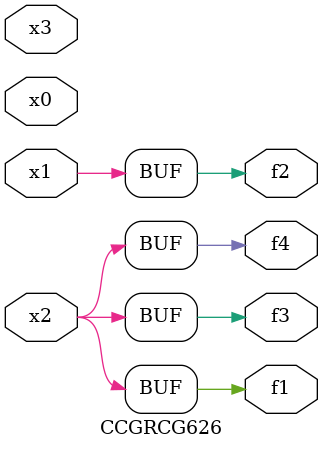
<source format=v>
module CCGRCG626(
	input x0, x1, x2, x3,
	output f1, f2, f3, f4
);
	assign f1 = x2;
	assign f2 = x1;
	assign f3 = x2;
	assign f4 = x2;
endmodule

</source>
